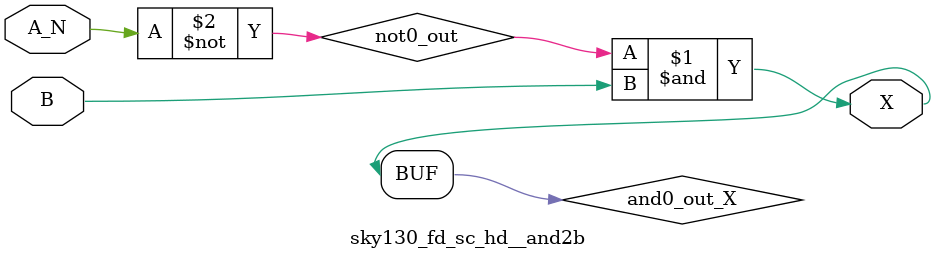
<source format=v>
/*
 * Copyright 2020 The SkyWater PDK Authors
 *
 * Licensed under the Apache License, Version 2.0 (the "License");
 * you may not use this file except in compliance with the License.
 * You may obtain a copy of the License at
 *
 *     https://www.apache.org/licenses/LICENSE-2.0
 *
 * Unless required by applicable law or agreed to in writing, software
 * distributed under the License is distributed on an "AS IS" BASIS,
 * WITHOUT WARRANTIES OR CONDITIONS OF ANY KIND, either express or implied.
 * See the License for the specific language governing permissions and
 * limitations under the License.
 *
 * SPDX-License-Identifier: Apache-2.0
*/


`ifndef SKY130_FD_SC_HD__AND2B_FUNCTIONAL_V
`define SKY130_FD_SC_HD__AND2B_FUNCTIONAL_V

/**
 * and2b: 2-input AND, first input inverted.
 *
 * Verilog simulation functional model.
 */

`timescale 1ns / 1ps
`default_nettype none

`celldefine
module sky130_fd_sc_hd__and2b (
    X  ,
    A_N,
    B
);

    // Module ports
    output X  ;
    input  A_N;
    input  B  ;

    // Local signals
    wire not0_out  ;
    wire and0_out_X;

    //  Name  Output      Other arguments
    not not0 (not0_out  , A_N            );
    and and0 (and0_out_X, not0_out, B    );
    buf buf0 (X         , and0_out_X     );

endmodule
`endcelldefine

`default_nettype wire
`endif  // SKY130_FD_SC_HD__AND2B_FUNCTIONAL_V

</source>
